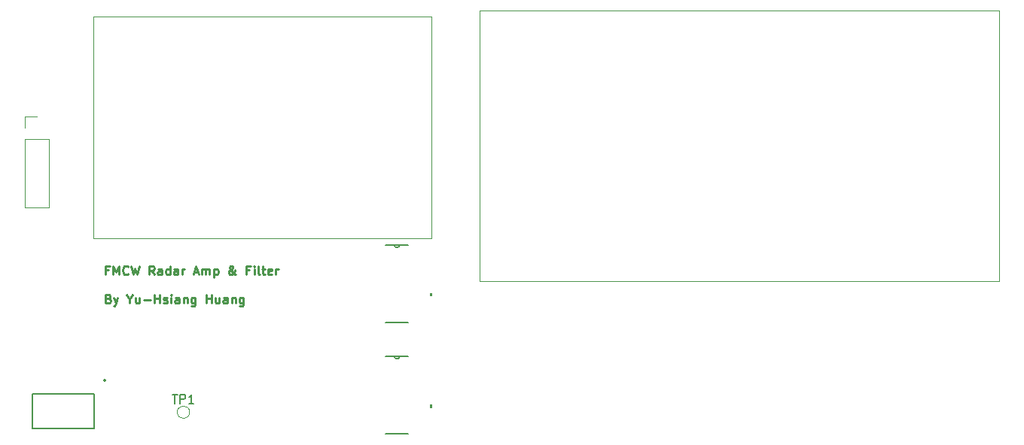
<source format=gbr>
%TF.GenerationSoftware,KiCad,Pcbnew,8.0.3*%
%TF.CreationDate,2024-08-29T14:55:06+08:00*%
%TF.ProjectId,Full_withESP,46756c6c-5f77-4697-9468-4553502e6b69,rev?*%
%TF.SameCoordinates,Original*%
%TF.FileFunction,Legend,Top*%
%TF.FilePolarity,Positive*%
%FSLAX46Y46*%
G04 Gerber Fmt 4.6, Leading zero omitted, Abs format (unit mm)*
G04 Created by KiCad (PCBNEW 8.0.3) date 2024-08-29 14:55:06*
%MOMM*%
%LPD*%
G01*
G04 APERTURE LIST*
%ADD10C,0.250000*%
%ADD11C,0.150000*%
%ADD12C,0.152400*%
%ADD13C,0.100000*%
%ADD14C,0.120000*%
%ADD15C,0.000000*%
G04 APERTURE END LIST*
D10*
X101065901Y-104980921D02*
X100732568Y-104980921D01*
X100732568Y-105504731D02*
X100732568Y-104504731D01*
X100732568Y-104504731D02*
X101208758Y-104504731D01*
X101589711Y-105504731D02*
X101589711Y-104504731D01*
X101589711Y-104504731D02*
X101923044Y-105219016D01*
X101923044Y-105219016D02*
X102256377Y-104504731D01*
X102256377Y-104504731D02*
X102256377Y-105504731D01*
X103303996Y-105409492D02*
X103256377Y-105457112D01*
X103256377Y-105457112D02*
X103113520Y-105504731D01*
X103113520Y-105504731D02*
X103018282Y-105504731D01*
X103018282Y-105504731D02*
X102875425Y-105457112D01*
X102875425Y-105457112D02*
X102780187Y-105361873D01*
X102780187Y-105361873D02*
X102732568Y-105266635D01*
X102732568Y-105266635D02*
X102684949Y-105076159D01*
X102684949Y-105076159D02*
X102684949Y-104933302D01*
X102684949Y-104933302D02*
X102732568Y-104742826D01*
X102732568Y-104742826D02*
X102780187Y-104647588D01*
X102780187Y-104647588D02*
X102875425Y-104552350D01*
X102875425Y-104552350D02*
X103018282Y-104504731D01*
X103018282Y-104504731D02*
X103113520Y-104504731D01*
X103113520Y-104504731D02*
X103256377Y-104552350D01*
X103256377Y-104552350D02*
X103303996Y-104599969D01*
X103637330Y-104504731D02*
X103875425Y-105504731D01*
X103875425Y-105504731D02*
X104065901Y-104790445D01*
X104065901Y-104790445D02*
X104256377Y-105504731D01*
X104256377Y-105504731D02*
X104494473Y-104504731D01*
X106208758Y-105504731D02*
X105875425Y-105028540D01*
X105637330Y-105504731D02*
X105637330Y-104504731D01*
X105637330Y-104504731D02*
X106018282Y-104504731D01*
X106018282Y-104504731D02*
X106113520Y-104552350D01*
X106113520Y-104552350D02*
X106161139Y-104599969D01*
X106161139Y-104599969D02*
X106208758Y-104695207D01*
X106208758Y-104695207D02*
X106208758Y-104838064D01*
X106208758Y-104838064D02*
X106161139Y-104933302D01*
X106161139Y-104933302D02*
X106113520Y-104980921D01*
X106113520Y-104980921D02*
X106018282Y-105028540D01*
X106018282Y-105028540D02*
X105637330Y-105028540D01*
X107065901Y-105504731D02*
X107065901Y-104980921D01*
X107065901Y-104980921D02*
X107018282Y-104885683D01*
X107018282Y-104885683D02*
X106923044Y-104838064D01*
X106923044Y-104838064D02*
X106732568Y-104838064D01*
X106732568Y-104838064D02*
X106637330Y-104885683D01*
X107065901Y-105457112D02*
X106970663Y-105504731D01*
X106970663Y-105504731D02*
X106732568Y-105504731D01*
X106732568Y-105504731D02*
X106637330Y-105457112D01*
X106637330Y-105457112D02*
X106589711Y-105361873D01*
X106589711Y-105361873D02*
X106589711Y-105266635D01*
X106589711Y-105266635D02*
X106637330Y-105171397D01*
X106637330Y-105171397D02*
X106732568Y-105123778D01*
X106732568Y-105123778D02*
X106970663Y-105123778D01*
X106970663Y-105123778D02*
X107065901Y-105076159D01*
X107970663Y-105504731D02*
X107970663Y-104504731D01*
X107970663Y-105457112D02*
X107875425Y-105504731D01*
X107875425Y-105504731D02*
X107684949Y-105504731D01*
X107684949Y-105504731D02*
X107589711Y-105457112D01*
X107589711Y-105457112D02*
X107542092Y-105409492D01*
X107542092Y-105409492D02*
X107494473Y-105314254D01*
X107494473Y-105314254D02*
X107494473Y-105028540D01*
X107494473Y-105028540D02*
X107542092Y-104933302D01*
X107542092Y-104933302D02*
X107589711Y-104885683D01*
X107589711Y-104885683D02*
X107684949Y-104838064D01*
X107684949Y-104838064D02*
X107875425Y-104838064D01*
X107875425Y-104838064D02*
X107970663Y-104885683D01*
X108875425Y-105504731D02*
X108875425Y-104980921D01*
X108875425Y-104980921D02*
X108827806Y-104885683D01*
X108827806Y-104885683D02*
X108732568Y-104838064D01*
X108732568Y-104838064D02*
X108542092Y-104838064D01*
X108542092Y-104838064D02*
X108446854Y-104885683D01*
X108875425Y-105457112D02*
X108780187Y-105504731D01*
X108780187Y-105504731D02*
X108542092Y-105504731D01*
X108542092Y-105504731D02*
X108446854Y-105457112D01*
X108446854Y-105457112D02*
X108399235Y-105361873D01*
X108399235Y-105361873D02*
X108399235Y-105266635D01*
X108399235Y-105266635D02*
X108446854Y-105171397D01*
X108446854Y-105171397D02*
X108542092Y-105123778D01*
X108542092Y-105123778D02*
X108780187Y-105123778D01*
X108780187Y-105123778D02*
X108875425Y-105076159D01*
X109351616Y-105504731D02*
X109351616Y-104838064D01*
X109351616Y-105028540D02*
X109399235Y-104933302D01*
X109399235Y-104933302D02*
X109446854Y-104885683D01*
X109446854Y-104885683D02*
X109542092Y-104838064D01*
X109542092Y-104838064D02*
X109637330Y-104838064D01*
X110684950Y-105219016D02*
X111161140Y-105219016D01*
X110589712Y-105504731D02*
X110923045Y-104504731D01*
X110923045Y-104504731D02*
X111256378Y-105504731D01*
X111589712Y-105504731D02*
X111589712Y-104838064D01*
X111589712Y-104933302D02*
X111637331Y-104885683D01*
X111637331Y-104885683D02*
X111732569Y-104838064D01*
X111732569Y-104838064D02*
X111875426Y-104838064D01*
X111875426Y-104838064D02*
X111970664Y-104885683D01*
X111970664Y-104885683D02*
X112018283Y-104980921D01*
X112018283Y-104980921D02*
X112018283Y-105504731D01*
X112018283Y-104980921D02*
X112065902Y-104885683D01*
X112065902Y-104885683D02*
X112161140Y-104838064D01*
X112161140Y-104838064D02*
X112303997Y-104838064D01*
X112303997Y-104838064D02*
X112399236Y-104885683D01*
X112399236Y-104885683D02*
X112446855Y-104980921D01*
X112446855Y-104980921D02*
X112446855Y-105504731D01*
X112923045Y-104838064D02*
X112923045Y-105838064D01*
X112923045Y-104885683D02*
X113018283Y-104838064D01*
X113018283Y-104838064D02*
X113208759Y-104838064D01*
X113208759Y-104838064D02*
X113303997Y-104885683D01*
X113303997Y-104885683D02*
X113351616Y-104933302D01*
X113351616Y-104933302D02*
X113399235Y-105028540D01*
X113399235Y-105028540D02*
X113399235Y-105314254D01*
X113399235Y-105314254D02*
X113351616Y-105409492D01*
X113351616Y-105409492D02*
X113303997Y-105457112D01*
X113303997Y-105457112D02*
X113208759Y-105504731D01*
X113208759Y-105504731D02*
X113018283Y-105504731D01*
X113018283Y-105504731D02*
X112923045Y-105457112D01*
X115399236Y-105504731D02*
X115351617Y-105504731D01*
X115351617Y-105504731D02*
X115256378Y-105457112D01*
X115256378Y-105457112D02*
X115113521Y-105314254D01*
X115113521Y-105314254D02*
X114875426Y-105028540D01*
X114875426Y-105028540D02*
X114780188Y-104885683D01*
X114780188Y-104885683D02*
X114732569Y-104742826D01*
X114732569Y-104742826D02*
X114732569Y-104647588D01*
X114732569Y-104647588D02*
X114780188Y-104552350D01*
X114780188Y-104552350D02*
X114875426Y-104504731D01*
X114875426Y-104504731D02*
X114923045Y-104504731D01*
X114923045Y-104504731D02*
X115018283Y-104552350D01*
X115018283Y-104552350D02*
X115065902Y-104647588D01*
X115065902Y-104647588D02*
X115065902Y-104695207D01*
X115065902Y-104695207D02*
X115018283Y-104790445D01*
X115018283Y-104790445D02*
X114970664Y-104838064D01*
X114970664Y-104838064D02*
X114684950Y-105028540D01*
X114684950Y-105028540D02*
X114637331Y-105076159D01*
X114637331Y-105076159D02*
X114589712Y-105171397D01*
X114589712Y-105171397D02*
X114589712Y-105314254D01*
X114589712Y-105314254D02*
X114637331Y-105409492D01*
X114637331Y-105409492D02*
X114684950Y-105457112D01*
X114684950Y-105457112D02*
X114780188Y-105504731D01*
X114780188Y-105504731D02*
X114923045Y-105504731D01*
X114923045Y-105504731D02*
X115018283Y-105457112D01*
X115018283Y-105457112D02*
X115065902Y-105409492D01*
X115065902Y-105409492D02*
X115208759Y-105219016D01*
X115208759Y-105219016D02*
X115256378Y-105076159D01*
X115256378Y-105076159D02*
X115256378Y-104980921D01*
X116923045Y-104980921D02*
X116589712Y-104980921D01*
X116589712Y-105504731D02*
X116589712Y-104504731D01*
X116589712Y-104504731D02*
X117065902Y-104504731D01*
X117446855Y-105504731D02*
X117446855Y-104838064D01*
X117446855Y-104504731D02*
X117399236Y-104552350D01*
X117399236Y-104552350D02*
X117446855Y-104599969D01*
X117446855Y-104599969D02*
X117494474Y-104552350D01*
X117494474Y-104552350D02*
X117446855Y-104504731D01*
X117446855Y-104504731D02*
X117446855Y-104599969D01*
X118065902Y-105504731D02*
X117970664Y-105457112D01*
X117970664Y-105457112D02*
X117923045Y-105361873D01*
X117923045Y-105361873D02*
X117923045Y-104504731D01*
X118303998Y-104838064D02*
X118684950Y-104838064D01*
X118446855Y-104504731D02*
X118446855Y-105361873D01*
X118446855Y-105361873D02*
X118494474Y-105457112D01*
X118494474Y-105457112D02*
X118589712Y-105504731D01*
X118589712Y-105504731D02*
X118684950Y-105504731D01*
X119399236Y-105457112D02*
X119303998Y-105504731D01*
X119303998Y-105504731D02*
X119113522Y-105504731D01*
X119113522Y-105504731D02*
X119018284Y-105457112D01*
X119018284Y-105457112D02*
X118970665Y-105361873D01*
X118970665Y-105361873D02*
X118970665Y-104980921D01*
X118970665Y-104980921D02*
X119018284Y-104885683D01*
X119018284Y-104885683D02*
X119113522Y-104838064D01*
X119113522Y-104838064D02*
X119303998Y-104838064D01*
X119303998Y-104838064D02*
X119399236Y-104885683D01*
X119399236Y-104885683D02*
X119446855Y-104980921D01*
X119446855Y-104980921D02*
X119446855Y-105076159D01*
X119446855Y-105076159D02*
X118970665Y-105171397D01*
X119875427Y-105504731D02*
X119875427Y-104838064D01*
X119875427Y-105028540D02*
X119923046Y-104933302D01*
X119923046Y-104933302D02*
X119970665Y-104885683D01*
X119970665Y-104885683D02*
X120065903Y-104838064D01*
X120065903Y-104838064D02*
X120161141Y-104838064D01*
X101065901Y-108200809D02*
X101208758Y-108248428D01*
X101208758Y-108248428D02*
X101256377Y-108296047D01*
X101256377Y-108296047D02*
X101303996Y-108391285D01*
X101303996Y-108391285D02*
X101303996Y-108534142D01*
X101303996Y-108534142D02*
X101256377Y-108629380D01*
X101256377Y-108629380D02*
X101208758Y-108677000D01*
X101208758Y-108677000D02*
X101113520Y-108724619D01*
X101113520Y-108724619D02*
X100732568Y-108724619D01*
X100732568Y-108724619D02*
X100732568Y-107724619D01*
X100732568Y-107724619D02*
X101065901Y-107724619D01*
X101065901Y-107724619D02*
X101161139Y-107772238D01*
X101161139Y-107772238D02*
X101208758Y-107819857D01*
X101208758Y-107819857D02*
X101256377Y-107915095D01*
X101256377Y-107915095D02*
X101256377Y-108010333D01*
X101256377Y-108010333D02*
X101208758Y-108105571D01*
X101208758Y-108105571D02*
X101161139Y-108153190D01*
X101161139Y-108153190D02*
X101065901Y-108200809D01*
X101065901Y-108200809D02*
X100732568Y-108200809D01*
X101637330Y-108057952D02*
X101875425Y-108724619D01*
X102113520Y-108057952D02*
X101875425Y-108724619D01*
X101875425Y-108724619D02*
X101780187Y-108962714D01*
X101780187Y-108962714D02*
X101732568Y-109010333D01*
X101732568Y-109010333D02*
X101637330Y-109057952D01*
X103446854Y-108248428D02*
X103446854Y-108724619D01*
X103113521Y-107724619D02*
X103446854Y-108248428D01*
X103446854Y-108248428D02*
X103780187Y-107724619D01*
X104542092Y-108057952D02*
X104542092Y-108724619D01*
X104113521Y-108057952D02*
X104113521Y-108581761D01*
X104113521Y-108581761D02*
X104161140Y-108677000D01*
X104161140Y-108677000D02*
X104256378Y-108724619D01*
X104256378Y-108724619D02*
X104399235Y-108724619D01*
X104399235Y-108724619D02*
X104494473Y-108677000D01*
X104494473Y-108677000D02*
X104542092Y-108629380D01*
X105018283Y-108343666D02*
X105780188Y-108343666D01*
X106256378Y-108724619D02*
X106256378Y-107724619D01*
X106256378Y-108200809D02*
X106827806Y-108200809D01*
X106827806Y-108724619D02*
X106827806Y-107724619D01*
X107256378Y-108677000D02*
X107351616Y-108724619D01*
X107351616Y-108724619D02*
X107542092Y-108724619D01*
X107542092Y-108724619D02*
X107637330Y-108677000D01*
X107637330Y-108677000D02*
X107684949Y-108581761D01*
X107684949Y-108581761D02*
X107684949Y-108534142D01*
X107684949Y-108534142D02*
X107637330Y-108438904D01*
X107637330Y-108438904D02*
X107542092Y-108391285D01*
X107542092Y-108391285D02*
X107399235Y-108391285D01*
X107399235Y-108391285D02*
X107303997Y-108343666D01*
X107303997Y-108343666D02*
X107256378Y-108248428D01*
X107256378Y-108248428D02*
X107256378Y-108200809D01*
X107256378Y-108200809D02*
X107303997Y-108105571D01*
X107303997Y-108105571D02*
X107399235Y-108057952D01*
X107399235Y-108057952D02*
X107542092Y-108057952D01*
X107542092Y-108057952D02*
X107637330Y-108105571D01*
X108113521Y-108724619D02*
X108113521Y-108057952D01*
X108113521Y-107724619D02*
X108065902Y-107772238D01*
X108065902Y-107772238D02*
X108113521Y-107819857D01*
X108113521Y-107819857D02*
X108161140Y-107772238D01*
X108161140Y-107772238D02*
X108113521Y-107724619D01*
X108113521Y-107724619D02*
X108113521Y-107819857D01*
X109018282Y-108724619D02*
X109018282Y-108200809D01*
X109018282Y-108200809D02*
X108970663Y-108105571D01*
X108970663Y-108105571D02*
X108875425Y-108057952D01*
X108875425Y-108057952D02*
X108684949Y-108057952D01*
X108684949Y-108057952D02*
X108589711Y-108105571D01*
X109018282Y-108677000D02*
X108923044Y-108724619D01*
X108923044Y-108724619D02*
X108684949Y-108724619D01*
X108684949Y-108724619D02*
X108589711Y-108677000D01*
X108589711Y-108677000D02*
X108542092Y-108581761D01*
X108542092Y-108581761D02*
X108542092Y-108486523D01*
X108542092Y-108486523D02*
X108589711Y-108391285D01*
X108589711Y-108391285D02*
X108684949Y-108343666D01*
X108684949Y-108343666D02*
X108923044Y-108343666D01*
X108923044Y-108343666D02*
X109018282Y-108296047D01*
X109494473Y-108057952D02*
X109494473Y-108724619D01*
X109494473Y-108153190D02*
X109542092Y-108105571D01*
X109542092Y-108105571D02*
X109637330Y-108057952D01*
X109637330Y-108057952D02*
X109780187Y-108057952D01*
X109780187Y-108057952D02*
X109875425Y-108105571D01*
X109875425Y-108105571D02*
X109923044Y-108200809D01*
X109923044Y-108200809D02*
X109923044Y-108724619D01*
X110827806Y-108057952D02*
X110827806Y-108867476D01*
X110827806Y-108867476D02*
X110780187Y-108962714D01*
X110780187Y-108962714D02*
X110732568Y-109010333D01*
X110732568Y-109010333D02*
X110637330Y-109057952D01*
X110637330Y-109057952D02*
X110494473Y-109057952D01*
X110494473Y-109057952D02*
X110399235Y-109010333D01*
X110827806Y-108677000D02*
X110732568Y-108724619D01*
X110732568Y-108724619D02*
X110542092Y-108724619D01*
X110542092Y-108724619D02*
X110446854Y-108677000D01*
X110446854Y-108677000D02*
X110399235Y-108629380D01*
X110399235Y-108629380D02*
X110351616Y-108534142D01*
X110351616Y-108534142D02*
X110351616Y-108248428D01*
X110351616Y-108248428D02*
X110399235Y-108153190D01*
X110399235Y-108153190D02*
X110446854Y-108105571D01*
X110446854Y-108105571D02*
X110542092Y-108057952D01*
X110542092Y-108057952D02*
X110732568Y-108057952D01*
X110732568Y-108057952D02*
X110827806Y-108105571D01*
X112065902Y-108724619D02*
X112065902Y-107724619D01*
X112065902Y-108200809D02*
X112637330Y-108200809D01*
X112637330Y-108724619D02*
X112637330Y-107724619D01*
X113542092Y-108057952D02*
X113542092Y-108724619D01*
X113113521Y-108057952D02*
X113113521Y-108581761D01*
X113113521Y-108581761D02*
X113161140Y-108677000D01*
X113161140Y-108677000D02*
X113256378Y-108724619D01*
X113256378Y-108724619D02*
X113399235Y-108724619D01*
X113399235Y-108724619D02*
X113494473Y-108677000D01*
X113494473Y-108677000D02*
X113542092Y-108629380D01*
X114446854Y-108724619D02*
X114446854Y-108200809D01*
X114446854Y-108200809D02*
X114399235Y-108105571D01*
X114399235Y-108105571D02*
X114303997Y-108057952D01*
X114303997Y-108057952D02*
X114113521Y-108057952D01*
X114113521Y-108057952D02*
X114018283Y-108105571D01*
X114446854Y-108677000D02*
X114351616Y-108724619D01*
X114351616Y-108724619D02*
X114113521Y-108724619D01*
X114113521Y-108724619D02*
X114018283Y-108677000D01*
X114018283Y-108677000D02*
X113970664Y-108581761D01*
X113970664Y-108581761D02*
X113970664Y-108486523D01*
X113970664Y-108486523D02*
X114018283Y-108391285D01*
X114018283Y-108391285D02*
X114113521Y-108343666D01*
X114113521Y-108343666D02*
X114351616Y-108343666D01*
X114351616Y-108343666D02*
X114446854Y-108296047D01*
X114923045Y-108057952D02*
X114923045Y-108724619D01*
X114923045Y-108153190D02*
X114970664Y-108105571D01*
X114970664Y-108105571D02*
X115065902Y-108057952D01*
X115065902Y-108057952D02*
X115208759Y-108057952D01*
X115208759Y-108057952D02*
X115303997Y-108105571D01*
X115303997Y-108105571D02*
X115351616Y-108200809D01*
X115351616Y-108200809D02*
X115351616Y-108724619D01*
X116256378Y-108057952D02*
X116256378Y-108867476D01*
X116256378Y-108867476D02*
X116208759Y-108962714D01*
X116208759Y-108962714D02*
X116161140Y-109010333D01*
X116161140Y-109010333D02*
X116065902Y-109057952D01*
X116065902Y-109057952D02*
X115923045Y-109057952D01*
X115923045Y-109057952D02*
X115827807Y-109010333D01*
X116256378Y-108677000D02*
X116161140Y-108724619D01*
X116161140Y-108724619D02*
X115970664Y-108724619D01*
X115970664Y-108724619D02*
X115875426Y-108677000D01*
X115875426Y-108677000D02*
X115827807Y-108629380D01*
X115827807Y-108629380D02*
X115780188Y-108534142D01*
X115780188Y-108534142D02*
X115780188Y-108248428D01*
X115780188Y-108248428D02*
X115827807Y-108153190D01*
X115827807Y-108153190D02*
X115875426Y-108105571D01*
X115875426Y-108105571D02*
X115970664Y-108057952D01*
X115970664Y-108057952D02*
X116161140Y-108057952D01*
X116161140Y-108057952D02*
X116256378Y-108105571D01*
D11*
X108238095Y-119006819D02*
X108809523Y-119006819D01*
X108523809Y-120006819D02*
X108523809Y-119006819D01*
X109142857Y-120006819D02*
X109142857Y-119006819D01*
X109142857Y-119006819D02*
X109523809Y-119006819D01*
X109523809Y-119006819D02*
X109619047Y-119054438D01*
X109619047Y-119054438D02*
X109666666Y-119102057D01*
X109666666Y-119102057D02*
X109714285Y-119197295D01*
X109714285Y-119197295D02*
X109714285Y-119340152D01*
X109714285Y-119340152D02*
X109666666Y-119435390D01*
X109666666Y-119435390D02*
X109619047Y-119483009D01*
X109619047Y-119483009D02*
X109523809Y-119530628D01*
X109523809Y-119530628D02*
X109142857Y-119530628D01*
X110666666Y-120006819D02*
X110095238Y-120006819D01*
X110380952Y-120006819D02*
X110380952Y-119006819D01*
X110380952Y-119006819D02*
X110285714Y-119149676D01*
X110285714Y-119149676D02*
X110190476Y-119244914D01*
X110190476Y-119244914D02*
X110095238Y-119292533D01*
D12*
%TO.C,U1*%
X92520200Y-118899802D02*
X92520200Y-122862202D01*
X92520200Y-122862202D02*
X99479800Y-122862202D01*
X99479800Y-118899802D02*
X92520200Y-118899802D01*
X99479800Y-122862202D02*
X99479800Y-118899802D01*
X100749800Y-117381002D02*
G75*
G02*
X100495800Y-117381002I-127000J0D01*
G01*
X100495800Y-117381002D02*
G75*
G02*
X100749800Y-117381002I127000J0D01*
G01*
%TO.C,U2*%
D13*
X137400000Y-101400000D02*
X99400000Y-101400000D01*
X99400000Y-76400000D01*
X137400000Y-76400000D01*
X137400000Y-101400000D01*
%TO.C,U5*%
X142780000Y-106240000D02*
X201200000Y-106240000D01*
X201200000Y-75760000D01*
X142780000Y-75760000D01*
X142780000Y-106240000D01*
D14*
%TO.C,TP1*%
X110200000Y-121000000D02*
G75*
G02*
X108800000Y-121000000I-700000J0D01*
G01*
X108800000Y-121000000D02*
G75*
G02*
X110200000Y-121000000I700000J0D01*
G01*
D12*
%TO.C,U4*%
X132207497Y-123418800D02*
X134792503Y-123418800D01*
X134792503Y-114681200D02*
X132207497Y-114681200D01*
X133804800Y-114681200D02*
G75*
G02*
X133195200Y-114681200I-304800J0D01*
G01*
D15*
G36*
X137462400Y-120510500D02*
G01*
X137208400Y-120510500D01*
X137208400Y-120129500D01*
X137462400Y-120129500D01*
X137462400Y-120510500D01*
G37*
D14*
%TO.C,J1*%
X91670000Y-87670000D02*
X93000000Y-87670000D01*
X91670000Y-89000000D02*
X91670000Y-87670000D01*
X91670000Y-90270000D02*
X91670000Y-97950000D01*
X91670000Y-90270000D02*
X94330000Y-90270000D01*
X91670000Y-97950000D02*
X94330000Y-97950000D01*
X94330000Y-90270000D02*
X94330000Y-97950000D01*
D12*
%TO.C,U3*%
X132207497Y-110868800D02*
X134792503Y-110868800D01*
X134792503Y-102131200D02*
X132207497Y-102131200D01*
X133804800Y-102131200D02*
G75*
G02*
X133195200Y-102131200I-304800J0D01*
G01*
D15*
G36*
X137462400Y-107960500D02*
G01*
X137208400Y-107960500D01*
X137208400Y-107579500D01*
X137462400Y-107579500D01*
X137462400Y-107960500D01*
G37*
%TD*%
M02*

</source>
